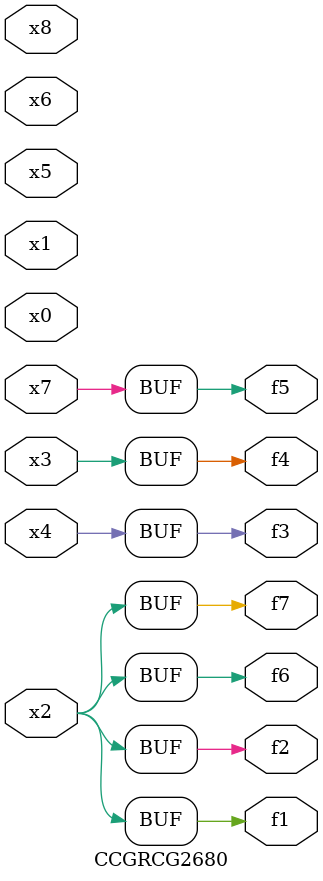
<source format=v>
module CCGRCG2680(
	input x0, x1, x2, x3, x4, x5, x6, x7, x8,
	output f1, f2, f3, f4, f5, f6, f7
);
	assign f1 = x2;
	assign f2 = x2;
	assign f3 = x4;
	assign f4 = x3;
	assign f5 = x7;
	assign f6 = x2;
	assign f7 = x2;
endmodule

</source>
